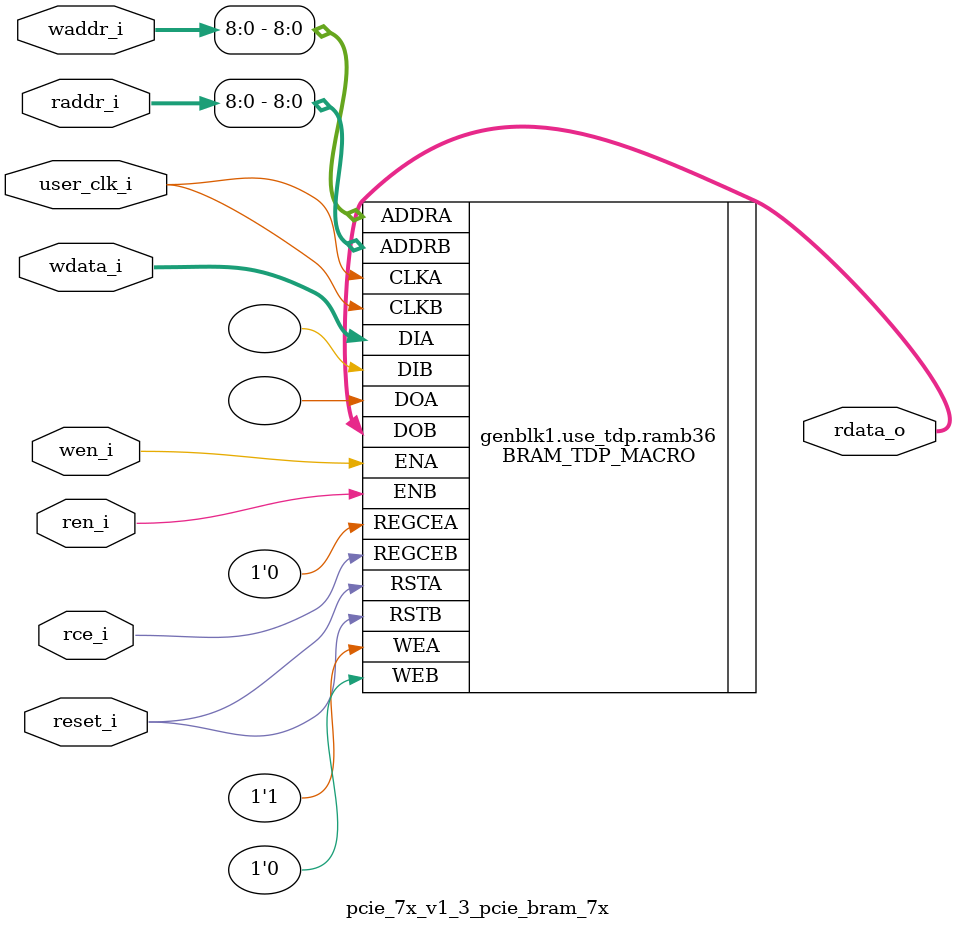
<source format=v>

`timescale 1ps/1ps

module pcie_7x_v1_3_pcie_bram_7x
  #(
    parameter [3:0]  LINK_CAP_MAX_LINK_SPEED = 4'h1,        // PCIe Link Speed : 1 - 2.5 GT/s; 2 - 5.0 GT/s
    parameter [5:0]  LINK_CAP_MAX_LINK_WIDTH = 6'h08,       // PCIe Link Width : 1 / 2 / 4 / 8
    parameter IMPL_TARGET = "HARD",                         // the implementation target : HARD, SOFT
    parameter DOB_REG = 0,                                  // 1 - use the output register;
                                                            // 0 - don't use the output register
    parameter WIDTH = 0                                     // supported WIDTH's : 4, 9, 18, 36 - uses RAMB36
                                                            //                     72 - uses RAMB36SDP
    )
    (
     input               user_clk_i,// user clock
     input               reset_i,   // bram reset

     input               wen_i,     // write enable
     input [12:0]        waddr_i,   // write address
     input [WIDTH - 1:0] wdata_i,   // write data

     input               ren_i,     // read enable
     input               rce_i,     // output register clock enable
     input [12:0]        raddr_i,   // read address

     output [WIDTH - 1:0] rdata_o   // read data
     );

   // map the address bits
   localparam ADDR_MSB = ((WIDTH == 4)  ? 12 :
                          (WIDTH == 9)  ? 11 :
                          (WIDTH == 18) ? 10 :
                          (WIDTH == 36) ?  9 :
                                           8
                          );

   // set the width of the tied off low address bits
   localparam ADDR_LO_BITS = ((WIDTH == 4)  ? 2 :
                              (WIDTH == 9)  ? 3 :
                              (WIDTH == 18) ? 4 :
                              (WIDTH == 36) ? 5 :
                                              0 // for WIDTH 72 use RAMB36SDP
                              );

   // map the data bits
   localparam D_MSB =  ((WIDTH == 4)  ?  3 :
                        (WIDTH == 9)  ?  7 :
                        (WIDTH == 18) ? 15 :
                        (WIDTH == 36) ? 31 :
                                        63
                        );

   // map the data parity bits
   localparam DP_LSB =  D_MSB + 1;

   localparam DP_MSB =  ((WIDTH == 4)  ? 4 :
                         (WIDTH == 9)  ? 8 :
                         (WIDTH == 18) ? 17 :
                         (WIDTH == 36) ? 35 :
                                         71
                        );

   localparam DPW = DP_MSB - DP_LSB + 1;
   localparam WRITE_MODE = ((LINK_CAP_MAX_LINK_SPEED == 4'h2) && (LINK_CAP_MAX_LINK_WIDTH == 6'h08)) ?
                                    "WRITE_FIRST" : "NO_CHANGE";

   localparam DEVICE = (IMPL_TARGET == "HARD") ? "7SERIES" : "VIRTEX6";
   localparam BRAM_SIZE = "36Kb";

   localparam WE_WIDTH =(DEVICE == "VIRTEX5" || DEVICE == "VIRTEX6" || DEVICE == "7SERIES") ?
                            ((WIDTH <= 9) ? 1 :
                             (WIDTH > 9 && WIDTH <= 18) ? 2 :
                             (WIDTH > 18 && WIDTH <= 36) ? 4 :
                             (WIDTH > 36 && WIDTH <= 72) ? 8 :
                             (BRAM_SIZE == "18Kb") ? 4 : 8 ) : 8;

   //synthesis translate_off
   initial begin
      //$display("[%t] %m DOB_REG %0d WIDTH %0d ADDR_MSB %0d ADDR_LO_BITS %0d DP_MSB %0d DP_LSB %0d D_MSB %0d",
      //          $time, DOB_REG,   WIDTH,    ADDR_MSB,    ADDR_LO_BITS,    DP_MSB,    DP_LSB,    D_MSB);

      case (WIDTH)
        4,9,18,36,72:;
        default:
          begin
             $display("[%t] %m Error WIDTH %0d not supported", $time, WIDTH);
             $finish;
          end
      endcase // case (WIDTH)
   end
   //synthesis translate_on

   generate
   if ((LINK_CAP_MAX_LINK_WIDTH == 6'h08 && LINK_CAP_MAX_LINK_SPEED == 4'h2) || (WIDTH == 72)) begin : use_sdp
        BRAM_SDP_MACRO #(
               .DEVICE        (DEVICE),
               .BRAM_SIZE     (BRAM_SIZE),
               .DO_REG        (DOB_REG),
               .READ_WIDTH    (WIDTH),
               .WRITE_WIDTH   (WIDTH),
               .WRITE_MODE    (WRITE_MODE)
               )
        ramb36sdp(
               .DO             (rdata_o[WIDTH-1:0]),
               .DI             (wdata_i[WIDTH-1:0]),
               .RDADDR         (raddr_i[ADDR_MSB:0]),
               .RDCLK          (user_clk_i),
               .RDEN           (ren_i),
               .REGCE          (rce_i),
               .RST            (reset_i),
               .WE             ({WE_WIDTH{1'b1}}),
               .WRADDR         (waddr_i[ADDR_MSB:0]),
               .WRCLK          (user_clk_i),
               .WREN           (wen_i)
               );

    end  // block: use_sdp
    else if (WIDTH <= 36) begin : use_tdp
    // use RAMB36's if the width is 4, 9, 18, or 36
        BRAM_TDP_MACRO #(
               .DEVICE        (DEVICE),
               .BRAM_SIZE     (BRAM_SIZE),
               .DOA_REG       (0),
               .DOB_REG       (DOB_REG),
               .READ_WIDTH_A  (WIDTH),
               .READ_WIDTH_B  (WIDTH),
               .WRITE_WIDTH_A (WIDTH),
               .WRITE_WIDTH_B (WIDTH),
               .WRITE_MODE_A  (WRITE_MODE)
               )
        ramb36(
               .DOA            (),
               .DOB            (rdata_o[WIDTH-1:0]),
               .ADDRA          (waddr_i[ADDR_MSB:0]),
               .ADDRB          (raddr_i[ADDR_MSB:0]),
               .CLKA           (user_clk_i),
               .CLKB           (user_clk_i),
               .DIA            (wdata_i[WIDTH-1:0]),
               .DIB            ({WIDTH{1'b0}}),
               .ENA            (wen_i),
               .ENB            (ren_i),
               .REGCEA         (1'b0),
               .REGCEB         (rce_i),
               .RSTA           (reset_i),
               .RSTB           (reset_i),
               .WEA            ({WE_WIDTH{1'b1}}),
               .WEB            ({WE_WIDTH{1'b0}})
               );
   end // block: use_tdp
   endgenerate

endmodule // pcie_bram_7x


</source>
